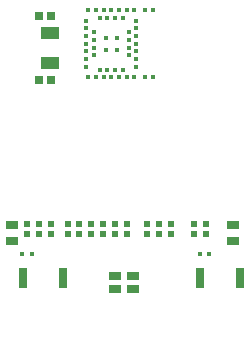
<source format=gtp>
G04*
G04 #@! TF.GenerationSoftware,Altium Limited,Altium Designer,21.6.4 (81)*
G04*
G04 Layer_Color=8421504*
%FSLAX44Y44*%
%MOMM*%
G71*
G04*
G04 #@! TF.SameCoordinates,8C3636EA-CFF2-41A9-9EC8-A279A3EE80BB*
G04*
G04*
G04 #@! TF.FilePolarity,Positive*
G04*
G01*
G75*
%ADD14R,0.3500X0.3500*%
%ADD15R,0.4200X0.4200*%
%ADD16R,0.5500X0.5200*%
%ADD17C,0.0100*%
%ADD18R,1.0200X0.6400*%
%ADD19R,0.7200X0.7200*%
%ADD20R,0.3600X0.3500*%
%ADD21R,0.8000X1.7000*%
%ADD22R,1.5500X1.0000*%
%ADD23R,1.0000X0.8000*%
D14*
X128400Y376360D02*
D03*
X121900D02*
D03*
X112480D02*
D03*
X105980D02*
D03*
X99480D02*
D03*
X92980D02*
D03*
X86480D02*
D03*
X79980D02*
D03*
X73480D02*
D03*
X102730Y369860D02*
D03*
X96230D02*
D03*
X89730D02*
D03*
X83230D02*
D03*
X71600Y367460D02*
D03*
Y360960D02*
D03*
Y347960D02*
D03*
Y341460D02*
D03*
Y328460D02*
D03*
X78100Y357710D02*
D03*
Y344710D02*
D03*
Y338210D02*
D03*
X73480Y319560D02*
D03*
X79980D02*
D03*
X86480D02*
D03*
X92980D02*
D03*
X99480D02*
D03*
X105980D02*
D03*
X112480D02*
D03*
X121900D02*
D03*
X128400D02*
D03*
X83230Y326060D02*
D03*
X89730D02*
D03*
X96230D02*
D03*
X102730D02*
D03*
X114350Y328460D02*
D03*
Y334960D02*
D03*
Y341460D02*
D03*
Y347960D02*
D03*
Y354460D02*
D03*
Y360960D02*
D03*
Y367460D02*
D03*
X107850Y344710D02*
D03*
Y357710D02*
D03*
X71600Y354460D02*
D03*
Y334960D02*
D03*
X78100Y351210D02*
D03*
X107850Y338210D02*
D03*
Y351210D02*
D03*
D15*
X97480Y353160D02*
D03*
X88480D02*
D03*
Y342760D02*
D03*
X97480D02*
D03*
D16*
X163000Y195000D02*
D03*
Y187000D02*
D03*
X42000Y195000D02*
D03*
Y187000D02*
D03*
X173000Y195000D02*
D03*
Y187000D02*
D03*
X22000Y187000D02*
D03*
Y195000D02*
D03*
X32000Y187000D02*
D03*
Y195000D02*
D03*
X96000Y187000D02*
D03*
Y195000D02*
D03*
X66000Y187000D02*
D03*
Y195000D02*
D03*
X106000Y187000D02*
D03*
Y195000D02*
D03*
X56000Y187000D02*
D03*
Y195000D02*
D03*
X76000Y187000D02*
D03*
Y195000D02*
D03*
X86000Y187000D02*
D03*
Y195000D02*
D03*
X143500D02*
D03*
Y187000D02*
D03*
X133250D02*
D03*
Y195000D02*
D03*
X123000Y187000D02*
D03*
Y195000D02*
D03*
D17*
X123750Y106000D02*
D03*
Y93300D02*
D03*
X111050Y106000D02*
D03*
Y93300D02*
D03*
X98350Y106000D02*
D03*
Y93300D02*
D03*
D18*
X196000Y181150D02*
D03*
Y194850D02*
D03*
X9000Y194850D02*
D03*
Y181150D02*
D03*
D19*
X31650Y317310D02*
D03*
X41850D02*
D03*
Y371310D02*
D03*
X31650D02*
D03*
D20*
X167800Y170000D02*
D03*
X176200D02*
D03*
X26200D02*
D03*
X17800D02*
D03*
D21*
X202000Y150000D02*
D03*
X168000D02*
D03*
X18000D02*
D03*
X52000D02*
D03*
D22*
X41250Y357310D02*
D03*
Y331310D02*
D03*
D23*
X96386Y151296D02*
D03*
X111386D02*
D03*
Y140296D02*
D03*
X96386D02*
D03*
M02*

</source>
